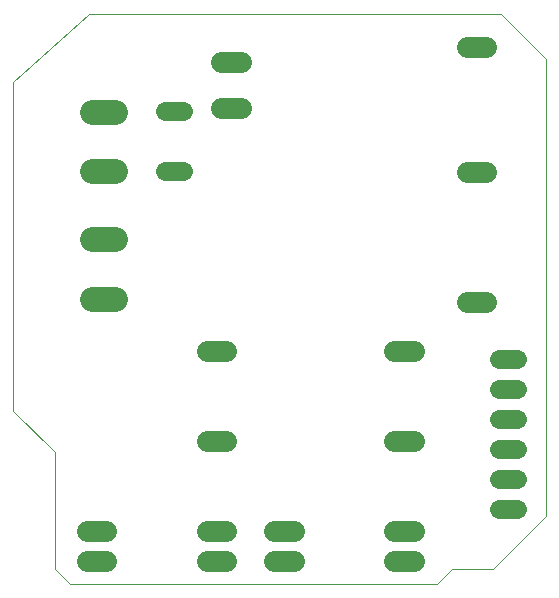
<source format=gts>
G75*
%MOIN*%
%OFA0B0*%
%FSLAX25Y25*%
%IPPOS*%
%LPD*%
%AMOC8*
5,1,8,0,0,1.08239X$1,22.5*
%
%ADD10C,0.00000*%
%ADD11C,0.08200*%
%ADD12C,0.07000*%
%ADD13C,0.06400*%
%ADD14C,0.06896*%
D10*
X0189911Y0200358D02*
X0176161Y0214108D01*
X0176161Y0323988D01*
X0201321Y0346608D01*
X0338661Y0346608D01*
X0353661Y0331608D01*
X0353661Y0179108D01*
X0336161Y0161608D01*
X0322411Y0161608D01*
X0317411Y0156608D01*
X0194911Y0156608D01*
X0189911Y0161608D01*
X0189911Y0200358D01*
D11*
X0202261Y0251628D02*
X0210061Y0251628D01*
X0210061Y0271428D02*
X0202261Y0271428D01*
X0202261Y0294088D02*
X0210061Y0294088D01*
X0210061Y0313888D02*
X0202261Y0313888D01*
D12*
X0240561Y0234028D02*
X0247161Y0234028D01*
X0247161Y0204028D02*
X0240561Y0204028D01*
X0240561Y0174028D02*
X0247161Y0174028D01*
X0247161Y0164028D02*
X0240561Y0164028D01*
X0263021Y0164028D02*
X0269621Y0164028D01*
X0269621Y0174028D02*
X0263021Y0174028D01*
X0303021Y0174028D02*
X0309621Y0174028D01*
X0309621Y0164028D02*
X0303021Y0164028D01*
X0303021Y0204028D02*
X0309621Y0204028D01*
X0309621Y0234028D02*
X0303021Y0234028D01*
X0207161Y0174028D02*
X0200561Y0174028D01*
X0200561Y0164028D02*
X0207161Y0164028D01*
D13*
X0226871Y0294028D02*
X0232871Y0294028D01*
X0232871Y0314028D02*
X0226871Y0314028D01*
X0338161Y0231608D02*
X0344161Y0231608D01*
X0344161Y0221608D02*
X0338161Y0221608D01*
X0338161Y0211608D02*
X0344161Y0211608D01*
X0344161Y0201608D02*
X0338161Y0201608D01*
X0338161Y0191608D02*
X0344161Y0191608D01*
X0344161Y0181608D02*
X0338161Y0181608D01*
D14*
X0333765Y0250594D02*
X0327269Y0250594D01*
X0327269Y0293861D02*
X0333765Y0293861D01*
X0333765Y0335594D02*
X0327269Y0335594D01*
X0252033Y0330515D02*
X0245537Y0330515D01*
X0245537Y0315160D02*
X0252033Y0315160D01*
M02*

</source>
